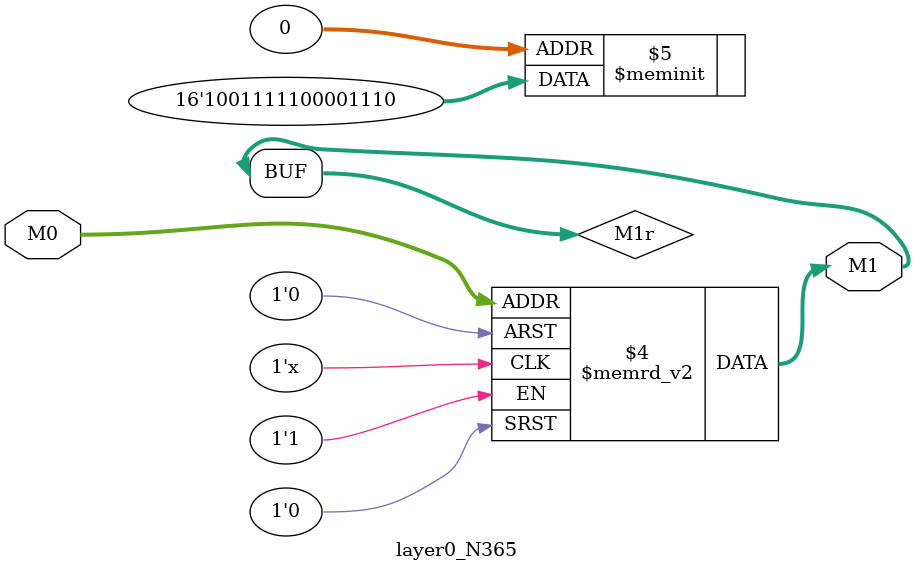
<source format=v>
module layer0_N365 ( input [2:0] M0, output [1:0] M1 );

	(*rom_style = "distributed" *) reg [1:0] M1r;
	assign M1 = M1r;
	always @ (M0) begin
		case (M0)
			3'b000: M1r = 2'b10;
			3'b100: M1r = 2'b11;
			3'b010: M1r = 2'b00;
			3'b110: M1r = 2'b01;
			3'b001: M1r = 2'b11;
			3'b101: M1r = 2'b11;
			3'b011: M1r = 2'b00;
			3'b111: M1r = 2'b10;

		endcase
	end
endmodule

</source>
